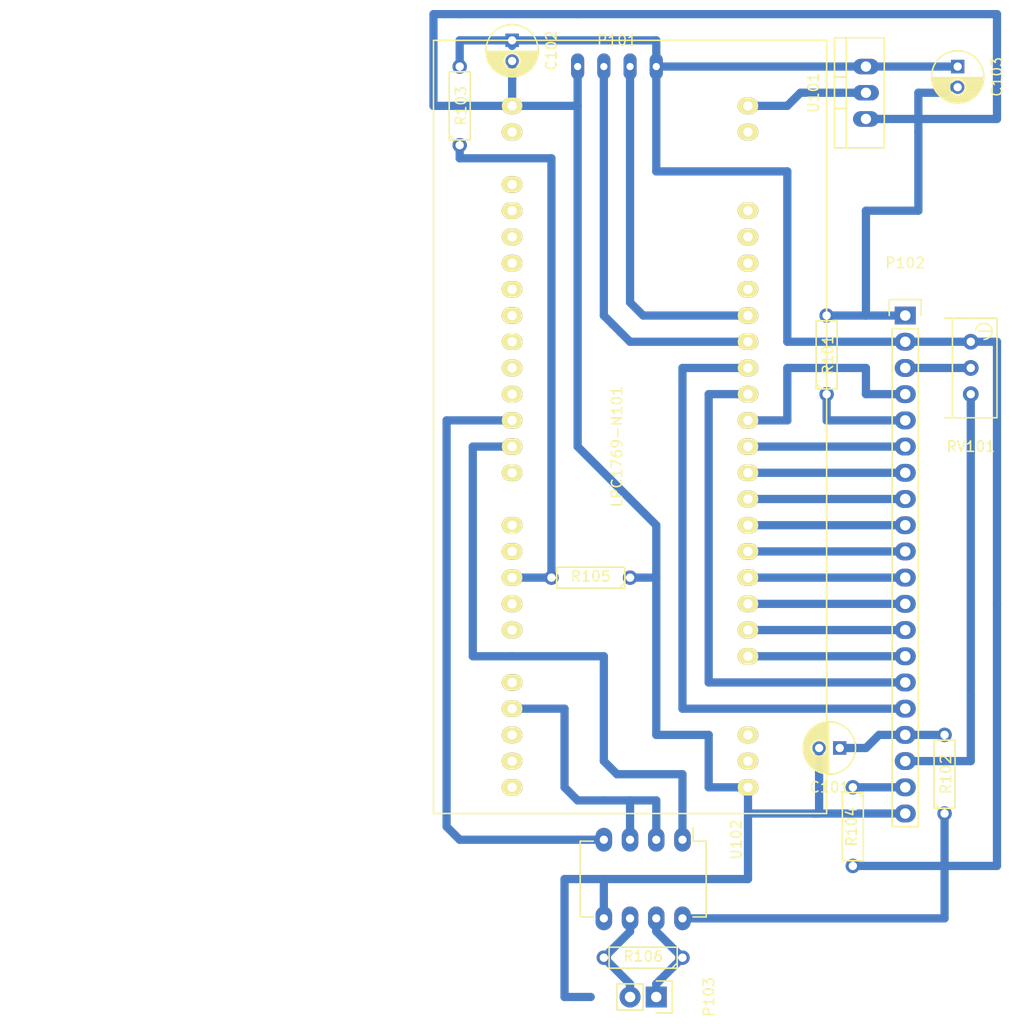
<source format=kicad_pcb>
(kicad_pcb (version 4) (host pcbnew 4.0.5+dfsg1-4)

  (general
    (links 50)
    (no_connects 0)
    (area 0 0 0 0)
    (thickness 1.6)
    (drawings 5)
    (tracks 136)
    (zones 0)
    (modules 16)
    (nets 29)
  )

  (page A4)
  (layers
    (0 F.Cu signal)
    (31 B.Cu signal)
    (32 B.Adhes user)
    (33 F.Adhes user)
    (34 B.Paste user)
    (35 F.Paste user)
    (36 B.SilkS user)
    (37 F.SilkS user)
    (38 B.Mask user)
    (39 F.Mask user)
    (40 Dwgs.User user)
    (41 Cmts.User user)
    (42 Eco1.User user)
    (43 Eco2.User user)
    (44 Edge.Cuts user)
    (45 Margin user)
    (46 B.CrtYd user)
    (47 F.CrtYd user)
    (48 B.Fab user)
    (49 F.Fab user)
  )

  (setup
    (last_trace_width 0.8)
    (user_trace_width 0.8)
    (trace_clearance 0.2)
    (zone_clearance 0.8)
    (zone_45_only no)
    (trace_min 0.2)
    (segment_width 0.2)
    (edge_width 0.15)
    (via_size 0.6)
    (via_drill 0.4)
    (via_min_size 0.4)
    (via_min_drill 0.3)
    (uvia_size 0.3)
    (uvia_drill 0.1)
    (uvias_allowed no)
    (uvia_min_size 0.2)
    (uvia_min_drill 0.1)
    (pcb_text_width 0.3)
    (pcb_text_size 1.5 1.5)
    (mod_edge_width 0.15)
    (mod_text_size 1 1)
    (mod_text_width 0.15)
    (pad_size 1.524 1.524)
    (pad_drill 0.762)
    (pad_to_mask_clearance 0.2)
    (aux_axis_origin 0 0)
    (visible_elements 7FFFFFFF)
    (pcbplotparams
      (layerselection 0x00030_80000001)
      (usegerberextensions false)
      (excludeedgelayer true)
      (linewidth 0.100000)
      (plotframeref false)
      (viasonmask false)
      (mode 1)
      (useauxorigin false)
      (hpglpennumber 1)
      (hpglpenspeed 20)
      (hpglpendiameter 15)
      (hpglpenoverlay 2)
      (psnegative false)
      (psa4output false)
      (plotreference true)
      (plotvalue true)
      (plotinvisibletext false)
      (padsonsilk false)
      (subtractmaskfromsilk false)
      (outputformat 1)
      (mirror false)
      (drillshape 1)
      (scaleselection 1)
      (outputdirectory ""))
  )

  (net 0 "")
  (net 1 "Net-(C101-Pad1)")
  (net 2 GND)
  (net 3 +5V)
  (net 4 /RS845_Tx)
  (net 5 /RS845_Rx)
  (net 6 /Vbus_Pin)
  (net 7 /RS485_RTS)
  (net 8 /V_3v3)
  (net 9 "/USB-D(-)")
  (net 10 "/USB-D(+)")
  (net 11 /GLCD_CS2)
  (net 12 /GLCD_CS1)
  (net 13 /GLCD_DI)
  (net 14 /GLCD_EN)
  (net 15 /GLCD_DB0)
  (net 16 /GLCD_DB1)
  (net 17 /GLCD_DB2)
  (net 18 /GLCD_DB3)
  (net 19 /GLCD_DB4)
  (net 20 /GLCD_DB5)
  (net 21 /GLCD_DB6)
  (net 22 /GLCD_DB7)
  (net 23 "Net-(P102-Pad3)")
  (net 24 "Net-(P102-Pad5)")
  (net 25 "Net-(P102-Pad18)")
  (net 26 "Net-(P102-Pad19)")
  (net 27 "Net-(P103-Pad1)")
  (net 28 "Net-(P103-Pad2)")

  (net_class Default "This is the default net class."
    (clearance 0.2)
    (trace_width 0.25)
    (via_dia 0.6)
    (via_drill 0.4)
    (uvia_dia 0.3)
    (uvia_drill 0.1)
    (add_net +5V)
    (add_net /GLCD_CS1)
    (add_net /GLCD_CS2)
    (add_net /GLCD_DB0)
    (add_net /GLCD_DB1)
    (add_net /GLCD_DB2)
    (add_net /GLCD_DB3)
    (add_net /GLCD_DB4)
    (add_net /GLCD_DB5)
    (add_net /GLCD_DB6)
    (add_net /GLCD_DB7)
    (add_net /GLCD_DI)
    (add_net /GLCD_EN)
    (add_net /RS485_RTS)
    (add_net /RS845_Rx)
    (add_net /RS845_Tx)
    (add_net "/USB-D(+)")
    (add_net "/USB-D(-)")
    (add_net /V_3v3)
    (add_net /Vbus_Pin)
    (add_net GND)
    (add_net "Net-(C101-Pad1)")
    (add_net "Net-(P102-Pad18)")
    (add_net "Net-(P102-Pad19)")
    (add_net "Net-(P102-Pad3)")
    (add_net "Net-(P102-Pad5)")
    (add_net "Net-(P103-Pad1)")
    (add_net "Net-(P103-Pad2)")
  )

  (module mis-footprint:LPC1769_Stick-54-pins (layer F.Cu) (tedit 58AF61B2) (tstamp 58B5693B)
    (at 91.44 64.77 270)
    (path /58AF429D)
    (fp_text reference LPC1769-N101 (at 0 1.27 270) (layer F.SilkS)
      (effects (font (size 1 1) (thickness 0.15)))
    )
    (fp_text value LPC1769-54Pines (at 0 -2.54 270) (layer F.Fab)
      (effects (font (size 1 1) (thickness 0.15)))
    )
    (fp_line (start -34.29 -19.05) (end 35.56 -19.05) (layer F.SilkS) (width 0.15))
    (fp_line (start 35.56 -19.05) (end 35.56 19.05) (layer F.SilkS) (width 0.15))
    (fp_line (start 35.56 19.05) (end -39.37 19.05) (layer F.SilkS) (width 0.15))
    (fp_line (start -39.37 19.05) (end -39.37 -19.05) (layer F.SilkS) (width 0.15))
    (fp_line (start -39.37 -19.05) (end -34.29 -19.05) (layer F.SilkS) (width 0.15))
    (pad 1 thru_hole oval (at -33.02 11.43 270) (size 1.6 2) (drill 0.9) (layers *.Cu *.Mask F.SilkS)
      (net 2 GND))
    (pad 2 thru_hole oval (at -30.48 11.43 270) (size 1.6 2) (drill 0.9) (layers *.Cu *.Mask F.SilkS))
    (pad 4 thru_hole oval (at -25.4 11.43 270) (size 1.6 2) (drill 0.9) (layers *.Cu *.Mask F.SilkS))
    (pad 5 thru_hole oval (at -22.86 11.43 270) (size 1.6 2) (drill 0.9) (layers *.Cu *.Mask F.SilkS))
    (pad 6 thru_hole oval (at -20.32 11.43 270) (size 1.6 2) (drill 0.9) (layers *.Cu *.Mask F.SilkS))
    (pad 7 thru_hole oval (at -17.78 11.43 270) (size 1.6 2) (drill 0.9) (layers *.Cu *.Mask F.SilkS))
    (pad 8 thru_hole oval (at -15.24 11.43 270) (size 1.6 2) (drill 0.9) (layers *.Cu *.Mask F.SilkS))
    (pad 9 thru_hole oval (at -12.7 11.43 270) (size 1.6 2) (drill 0.9) (layers *.Cu *.Mask F.SilkS))
    (pad 10 thru_hole oval (at -10.16 11.43 270) (size 1.6 2) (drill 0.9) (layers *.Cu *.Mask F.SilkS))
    (pad 11 thru_hole oval (at -7.62 11.43 270) (size 1.6 2) (drill 0.9) (layers *.Cu *.Mask F.SilkS))
    (pad 12 thru_hole oval (at -5.08 11.43 270) (size 1.6 2) (drill 0.9) (layers *.Cu *.Mask F.SilkS))
    (pad 13 thru_hole oval (at -2.54 11.43 270) (size 1.6 2) (drill 0.9) (layers *.Cu *.Mask F.SilkS)
      (net 4 /RS845_Tx))
    (pad 14 thru_hole oval (at 0 11.43 270) (size 1.6 2) (drill 0.9) (layers *.Cu *.Mask F.SilkS)
      (net 5 /RS845_Rx))
    (pad 15 thru_hole oval (at 2.54 11.43 270) (size 1.6 2) (drill 0.9) (layers *.Cu *.Mask F.SilkS))
    (pad 17 thru_hole oval (at 7.62 11.43 270) (size 1.6 2) (drill 0.9) (layers *.Cu *.Mask F.SilkS))
    (pad 18 thru_hole oval (at 10.16 11.43 270) (size 1.6 2) (drill 0.9) (layers *.Cu *.Mask F.SilkS))
    (pad 19 thru_hole oval (at 12.7 11.43 270) (size 1.6 2) (drill 0.9) (layers *.Cu *.Mask F.SilkS)
      (net 6 /Vbus_Pin))
    (pad 20 thru_hole oval (at 15.24 11.43 270) (size 1.6 2) (drill 0.9) (layers *.Cu *.Mask F.SilkS))
    (pad 21 thru_hole oval (at 17.78 11.43 270) (size 1.6 2) (drill 0.9) (layers *.Cu *.Mask F.SilkS))
    (pad 23 thru_hole oval (at 22.86 11.43 270) (size 1.6 2) (drill 0.9) (layers *.Cu *.Mask F.SilkS))
    (pad 24 thru_hole oval (at 25.4 11.43 270) (size 1.6 2) (drill 0.9) (layers *.Cu *.Mask F.SilkS)
      (net 7 /RS485_RTS))
    (pad 25 thru_hole oval (at 27.94 11.43 270) (size 1.6 2) (drill 0.9) (layers *.Cu *.Mask F.SilkS))
    (pad 26 thru_hole oval (at 30.48 11.43 270) (size 1.6 2) (drill 0.9) (layers *.Cu *.Mask F.SilkS))
    (pad 27 thru_hole oval (at 33.02 11.43 270) (size 1.6 2) (drill 0.9) (layers *.Cu *.Mask F.SilkS))
    (pad 28 thru_hole oval (at -33.02 -11.43 270) (size 1.6 2) (drill 0.9) (layers *.Cu *.Mask F.SilkS)
      (net 8 /V_3v3))
    (pad 29 thru_hole oval (at -30.48 -11.43 270) (size 1.6 2) (drill 0.9) (layers *.Cu *.Mask F.SilkS))
    (pad 32 thru_hole oval (at -22.86 -11.43 270) (size 1.6 2) (drill 0.9) (layers *.Cu *.Mask F.SilkS))
    (pad 33 thru_hole oval (at -20.32 -11.43 270) (size 1.6 2) (drill 0.9) (layers *.Cu *.Mask F.SilkS))
    (pad 34 thru_hole oval (at -17.78 -11.43 270) (size 1.6 2) (drill 0.9) (layers *.Cu *.Mask F.SilkS))
    (pad 35 thru_hole oval (at -15.24 -11.43 270) (size 1.6 2) (drill 0.9) (layers *.Cu *.Mask F.SilkS))
    (pad 36 thru_hole oval (at -12.7 -11.43 270) (size 1.6 2) (drill 0.9) (layers *.Cu *.Mask F.SilkS)
      (net 9 "/USB-D(-)"))
    (pad 37 thru_hole oval (at -10.16 -11.43 270) (size 1.6 2) (drill 0.9) (layers *.Cu *.Mask F.SilkS)
      (net 10 "/USB-D(+)"))
    (pad 38 thru_hole oval (at -7.62 -11.43 270) (size 1.6 2) (drill 0.9) (layers *.Cu *.Mask F.SilkS)
      (net 11 /GLCD_CS2))
    (pad 39 thru_hole oval (at -5.08 -11.43 270) (size 1.6 2) (drill 0.9) (layers *.Cu *.Mask F.SilkS)
      (net 12 /GLCD_CS1))
    (pad 40 thru_hole oval (at -2.54 -11.43 270) (size 1.6 2) (drill 0.9) (layers *.Cu *.Mask F.SilkS)
      (net 13 /GLCD_DI))
    (pad 41 thru_hole oval (at 0 -11.43 270) (size 1.6 2) (drill 0.9) (layers *.Cu *.Mask F.SilkS)
      (net 14 /GLCD_EN))
    (pad 42 thru_hole oval (at 2.54 -11.43 270) (size 1.6 2) (drill 0.9) (layers *.Cu *.Mask F.SilkS)
      (net 15 /GLCD_DB0))
    (pad 43 thru_hole oval (at 5.08 -11.43 270) (size 1.6 2) (drill 0.9) (layers *.Cu *.Mask F.SilkS)
      (net 16 /GLCD_DB1))
    (pad 44 thru_hole oval (at 7.62 -11.43 270) (size 1.6 2) (drill 0.9) (layers *.Cu *.Mask F.SilkS)
      (net 17 /GLCD_DB2))
    (pad 45 thru_hole oval (at 10.16 -11.43 270) (size 1.6 2) (drill 0.9) (layers *.Cu *.Mask F.SilkS)
      (net 18 /GLCD_DB3))
    (pad 46 thru_hole oval (at 12.7 -11.43 270) (size 1.6 2) (drill 0.9) (layers *.Cu *.Mask F.SilkS)
      (net 19 /GLCD_DB4))
    (pad 47 thru_hole oval (at 15.24 -11.43 270) (size 1.6 2) (drill 0.9) (layers *.Cu *.Mask F.SilkS)
      (net 20 /GLCD_DB5))
    (pad 48 thru_hole oval (at 17.78 -11.43 270) (size 1.6 2) (drill 0.9) (layers *.Cu *.Mask F.SilkS)
      (net 21 /GLCD_DB6))
    (pad 49 thru_hole oval (at 20.32 -11.43 270) (size 1.6 2) (drill 0.9) (layers *.Cu *.Mask F.SilkS)
      (net 22 /GLCD_DB7))
    (pad 52 thru_hole oval (at 27.94 -11.43 270) (size 1.6 2) (drill 0.9) (layers *.Cu *.Mask F.SilkS))
    (pad 53 thru_hole oval (at 30.48 -11.43 270) (size 1.6 2) (drill 0.9) (layers *.Cu *.Mask F.SilkS))
    (pad 54 thru_hole oval (at 33.02 -11.43 270) (size 1.6 2) (drill 0.9) (layers *.Cu *.Mask F.SilkS)
      (net 2 GND))
    (model Pin_Headers.3dshapes/Pin_Header_Straight_1x27.wrl
      (at (xyz 0 0.45 0.1))
      (scale (xyz 1 1 1))
      (rotate (xyz 0 180 0))
    )
    (model Pin_Headers.3dshapes/Pin_Header_Straight_1x27.wrl
      (at (xyz 0 -0.45 0.1))
      (scale (xyz 1 1 1))
      (rotate (xyz 0 180 0))
    )
    (model Housings_QFP.3dshapes/TQFP-100_14x14mm_Pitch0.5mm.wrl
      (at (xyz 0.5 0 0))
      (scale (xyz 1 1 1))
      (rotate (xyz 0 0 0))
    )
  )

  (module Capacitors_ThroughHole:C_Radial_D5_L11_P2 (layer F.Cu) (tedit 0) (tstamp 58B568F0)
    (at 111.76 93.98 180)
    (descr "Radial Electrolytic Capacitor 5mm x Length 11mm, Pitch 2mm")
    (tags "Electrolytic Capacitor")
    (path /58AF4281)
    (fp_text reference C101 (at 1 -3.8 180) (layer F.SilkS)
      (effects (font (size 1 1) (thickness 0.15)))
    )
    (fp_text value GLCD-100uF (at 1 3.8 180) (layer F.Fab)
      (effects (font (size 1 1) (thickness 0.15)))
    )
    (fp_line (start 1.075 -2.499) (end 1.075 2.499) (layer F.SilkS) (width 0.15))
    (fp_line (start 1.215 -2.491) (end 1.215 -0.154) (layer F.SilkS) (width 0.15))
    (fp_line (start 1.215 0.154) (end 1.215 2.491) (layer F.SilkS) (width 0.15))
    (fp_line (start 1.355 -2.475) (end 1.355 -0.473) (layer F.SilkS) (width 0.15))
    (fp_line (start 1.355 0.473) (end 1.355 2.475) (layer F.SilkS) (width 0.15))
    (fp_line (start 1.495 -2.451) (end 1.495 -0.62) (layer F.SilkS) (width 0.15))
    (fp_line (start 1.495 0.62) (end 1.495 2.451) (layer F.SilkS) (width 0.15))
    (fp_line (start 1.635 -2.418) (end 1.635 -0.712) (layer F.SilkS) (width 0.15))
    (fp_line (start 1.635 0.712) (end 1.635 2.418) (layer F.SilkS) (width 0.15))
    (fp_line (start 1.775 -2.377) (end 1.775 -0.768) (layer F.SilkS) (width 0.15))
    (fp_line (start 1.775 0.768) (end 1.775 2.377) (layer F.SilkS) (width 0.15))
    (fp_line (start 1.915 -2.327) (end 1.915 -0.795) (layer F.SilkS) (width 0.15))
    (fp_line (start 1.915 0.795) (end 1.915 2.327) (layer F.SilkS) (width 0.15))
    (fp_line (start 2.055 -2.266) (end 2.055 -0.798) (layer F.SilkS) (width 0.15))
    (fp_line (start 2.055 0.798) (end 2.055 2.266) (layer F.SilkS) (width 0.15))
    (fp_line (start 2.195 -2.196) (end 2.195 -0.776) (layer F.SilkS) (width 0.15))
    (fp_line (start 2.195 0.776) (end 2.195 2.196) (layer F.SilkS) (width 0.15))
    (fp_line (start 2.335 -2.114) (end 2.335 -0.726) (layer F.SilkS) (width 0.15))
    (fp_line (start 2.335 0.726) (end 2.335 2.114) (layer F.SilkS) (width 0.15))
    (fp_line (start 2.475 -2.019) (end 2.475 -0.644) (layer F.SilkS) (width 0.15))
    (fp_line (start 2.475 0.644) (end 2.475 2.019) (layer F.SilkS) (width 0.15))
    (fp_line (start 2.615 -1.908) (end 2.615 -0.512) (layer F.SilkS) (width 0.15))
    (fp_line (start 2.615 0.512) (end 2.615 1.908) (layer F.SilkS) (width 0.15))
    (fp_line (start 2.755 -1.78) (end 2.755 -0.265) (layer F.SilkS) (width 0.15))
    (fp_line (start 2.755 0.265) (end 2.755 1.78) (layer F.SilkS) (width 0.15))
    (fp_line (start 2.895 -1.631) (end 2.895 1.631) (layer F.SilkS) (width 0.15))
    (fp_line (start 3.035 -1.452) (end 3.035 1.452) (layer F.SilkS) (width 0.15))
    (fp_line (start 3.175 -1.233) (end 3.175 1.233) (layer F.SilkS) (width 0.15))
    (fp_line (start 3.315 -0.944) (end 3.315 0.944) (layer F.SilkS) (width 0.15))
    (fp_line (start 3.455 -0.472) (end 3.455 0.472) (layer F.SilkS) (width 0.15))
    (fp_circle (center 2 0) (end 2 -0.8) (layer F.SilkS) (width 0.15))
    (fp_circle (center 1 0) (end 1 -2.5375) (layer F.SilkS) (width 0.15))
    (fp_circle (center 1 0) (end 1 -2.8) (layer F.CrtYd) (width 0.05))
    (pad 1 thru_hole rect (at 0 0 180) (size 1.3 1.3) (drill 0.8) (layers *.Cu *.Mask)
      (net 1 "Net-(C101-Pad1)"))
    (pad 2 thru_hole circle (at 2 0 180) (size 1.3 1.3) (drill 0.8) (layers *.Cu *.Mask)
      (net 2 GND))
    (model Capacitors_ThroughHole.3dshapes/C_Radial_D5_L11_P2.wrl
      (at (xyz 0 0 0))
      (scale (xyz 1 1 1))
      (rotate (xyz 0 0 0))
    )
  )

  (module Capacitors_ThroughHole:C_Radial_D5_L11_P2 (layer F.Cu) (tedit 0) (tstamp 58B568F6)
    (at 80.01 25.4 270)
    (descr "Radial Electrolytic Capacitor 5mm x Length 11mm, Pitch 2mm")
    (tags "Electrolytic Capacitor")
    (path /58AF5AD1)
    (fp_text reference C102 (at 1 -3.8 270) (layer F.SilkS)
      (effects (font (size 1 1) (thickness 0.15)))
    )
    (fp_text value USB-100uF (at 1 3.8 270) (layer F.Fab)
      (effects (font (size 1 1) (thickness 0.15)))
    )
    (fp_line (start 1.075 -2.499) (end 1.075 2.499) (layer F.SilkS) (width 0.15))
    (fp_line (start 1.215 -2.491) (end 1.215 -0.154) (layer F.SilkS) (width 0.15))
    (fp_line (start 1.215 0.154) (end 1.215 2.491) (layer F.SilkS) (width 0.15))
    (fp_line (start 1.355 -2.475) (end 1.355 -0.473) (layer F.SilkS) (width 0.15))
    (fp_line (start 1.355 0.473) (end 1.355 2.475) (layer F.SilkS) (width 0.15))
    (fp_line (start 1.495 -2.451) (end 1.495 -0.62) (layer F.SilkS) (width 0.15))
    (fp_line (start 1.495 0.62) (end 1.495 2.451) (layer F.SilkS) (width 0.15))
    (fp_line (start 1.635 -2.418) (end 1.635 -0.712) (layer F.SilkS) (width 0.15))
    (fp_line (start 1.635 0.712) (end 1.635 2.418) (layer F.SilkS) (width 0.15))
    (fp_line (start 1.775 -2.377) (end 1.775 -0.768) (layer F.SilkS) (width 0.15))
    (fp_line (start 1.775 0.768) (end 1.775 2.377) (layer F.SilkS) (width 0.15))
    (fp_line (start 1.915 -2.327) (end 1.915 -0.795) (layer F.SilkS) (width 0.15))
    (fp_line (start 1.915 0.795) (end 1.915 2.327) (layer F.SilkS) (width 0.15))
    (fp_line (start 2.055 -2.266) (end 2.055 -0.798) (layer F.SilkS) (width 0.15))
    (fp_line (start 2.055 0.798) (end 2.055 2.266) (layer F.SilkS) (width 0.15))
    (fp_line (start 2.195 -2.196) (end 2.195 -0.776) (layer F.SilkS) (width 0.15))
    (fp_line (start 2.195 0.776) (end 2.195 2.196) (layer F.SilkS) (width 0.15))
    (fp_line (start 2.335 -2.114) (end 2.335 -0.726) (layer F.SilkS) (width 0.15))
    (fp_line (start 2.335 0.726) (end 2.335 2.114) (layer F.SilkS) (width 0.15))
    (fp_line (start 2.475 -2.019) (end 2.475 -0.644) (layer F.SilkS) (width 0.15))
    (fp_line (start 2.475 0.644) (end 2.475 2.019) (layer F.SilkS) (width 0.15))
    (fp_line (start 2.615 -1.908) (end 2.615 -0.512) (layer F.SilkS) (width 0.15))
    (fp_line (start 2.615 0.512) (end 2.615 1.908) (layer F.SilkS) (width 0.15))
    (fp_line (start 2.755 -1.78) (end 2.755 -0.265) (layer F.SilkS) (width 0.15))
    (fp_line (start 2.755 0.265) (end 2.755 1.78) (layer F.SilkS) (width 0.15))
    (fp_line (start 2.895 -1.631) (end 2.895 1.631) (layer F.SilkS) (width 0.15))
    (fp_line (start 3.035 -1.452) (end 3.035 1.452) (layer F.SilkS) (width 0.15))
    (fp_line (start 3.175 -1.233) (end 3.175 1.233) (layer F.SilkS) (width 0.15))
    (fp_line (start 3.315 -0.944) (end 3.315 0.944) (layer F.SilkS) (width 0.15))
    (fp_line (start 3.455 -0.472) (end 3.455 0.472) (layer F.SilkS) (width 0.15))
    (fp_circle (center 2 0) (end 2 -0.8) (layer F.SilkS) (width 0.15))
    (fp_circle (center 1 0) (end 1 -2.5375) (layer F.SilkS) (width 0.15))
    (fp_circle (center 1 0) (end 1 -2.8) (layer F.CrtYd) (width 0.05))
    (pad 1 thru_hole rect (at 0 0 270) (size 1.3 1.3) (drill 0.8) (layers *.Cu *.Mask)
      (net 3 +5V))
    (pad 2 thru_hole circle (at 2 0 270) (size 1.3 1.3) (drill 0.8) (layers *.Cu *.Mask)
      (net 2 GND))
    (model Capacitors_ThroughHole.3dshapes/C_Radial_D5_L11_P2.wrl
      (at (xyz 0 0 0))
      (scale (xyz 1 1 1))
      (rotate (xyz 0 0 0))
    )
  )

  (module Capacitors_ThroughHole:C_Radial_D5_L11_P2 (layer F.Cu) (tedit 0) (tstamp 58B568FC)
    (at 123.19 27.94 270)
    (descr "Radial Electrolytic Capacitor 5mm x Length 11mm, Pitch 2mm")
    (tags "Electrolytic Capacitor")
    (path /58AF650D)
    (fp_text reference C103 (at 1 -3.8 270) (layer F.SilkS)
      (effects (font (size 1 1) (thickness 0.15)))
    )
    (fp_text value Reg-100uF (at 1 3.8 270) (layer F.Fab)
      (effects (font (size 1 1) (thickness 0.15)))
    )
    (fp_line (start 1.075 -2.499) (end 1.075 2.499) (layer F.SilkS) (width 0.15))
    (fp_line (start 1.215 -2.491) (end 1.215 -0.154) (layer F.SilkS) (width 0.15))
    (fp_line (start 1.215 0.154) (end 1.215 2.491) (layer F.SilkS) (width 0.15))
    (fp_line (start 1.355 -2.475) (end 1.355 -0.473) (layer F.SilkS) (width 0.15))
    (fp_line (start 1.355 0.473) (end 1.355 2.475) (layer F.SilkS) (width 0.15))
    (fp_line (start 1.495 -2.451) (end 1.495 -0.62) (layer F.SilkS) (width 0.15))
    (fp_line (start 1.495 0.62) (end 1.495 2.451) (layer F.SilkS) (width 0.15))
    (fp_line (start 1.635 -2.418) (end 1.635 -0.712) (layer F.SilkS) (width 0.15))
    (fp_line (start 1.635 0.712) (end 1.635 2.418) (layer F.SilkS) (width 0.15))
    (fp_line (start 1.775 -2.377) (end 1.775 -0.768) (layer F.SilkS) (width 0.15))
    (fp_line (start 1.775 0.768) (end 1.775 2.377) (layer F.SilkS) (width 0.15))
    (fp_line (start 1.915 -2.327) (end 1.915 -0.795) (layer F.SilkS) (width 0.15))
    (fp_line (start 1.915 0.795) (end 1.915 2.327) (layer F.SilkS) (width 0.15))
    (fp_line (start 2.055 -2.266) (end 2.055 -0.798) (layer F.SilkS) (width 0.15))
    (fp_line (start 2.055 0.798) (end 2.055 2.266) (layer F.SilkS) (width 0.15))
    (fp_line (start 2.195 -2.196) (end 2.195 -0.776) (layer F.SilkS) (width 0.15))
    (fp_line (start 2.195 0.776) (end 2.195 2.196) (layer F.SilkS) (width 0.15))
    (fp_line (start 2.335 -2.114) (end 2.335 -0.726) (layer F.SilkS) (width 0.15))
    (fp_line (start 2.335 0.726) (end 2.335 2.114) (layer F.SilkS) (width 0.15))
    (fp_line (start 2.475 -2.019) (end 2.475 -0.644) (layer F.SilkS) (width 0.15))
    (fp_line (start 2.475 0.644) (end 2.475 2.019) (layer F.SilkS) (width 0.15))
    (fp_line (start 2.615 -1.908) (end 2.615 -0.512) (layer F.SilkS) (width 0.15))
    (fp_line (start 2.615 0.512) (end 2.615 1.908) (layer F.SilkS) (width 0.15))
    (fp_line (start 2.755 -1.78) (end 2.755 -0.265) (layer F.SilkS) (width 0.15))
    (fp_line (start 2.755 0.265) (end 2.755 1.78) (layer F.SilkS) (width 0.15))
    (fp_line (start 2.895 -1.631) (end 2.895 1.631) (layer F.SilkS) (width 0.15))
    (fp_line (start 3.035 -1.452) (end 3.035 1.452) (layer F.SilkS) (width 0.15))
    (fp_line (start 3.175 -1.233) (end 3.175 1.233) (layer F.SilkS) (width 0.15))
    (fp_line (start 3.315 -0.944) (end 3.315 0.944) (layer F.SilkS) (width 0.15))
    (fp_line (start 3.455 -0.472) (end 3.455 0.472) (layer F.SilkS) (width 0.15))
    (fp_circle (center 2 0) (end 2 -0.8) (layer F.SilkS) (width 0.15))
    (fp_circle (center 1 0) (end 1 -2.5375) (layer F.SilkS) (width 0.15))
    (fp_circle (center 1 0) (end 1 -2.8) (layer F.CrtYd) (width 0.05))
    (pad 1 thru_hole rect (at 0 0 270) (size 1.3 1.3) (drill 0.8) (layers *.Cu *.Mask)
      (net 3 +5V))
    (pad 2 thru_hole circle (at 2 0 270) (size 1.3 1.3) (drill 0.8) (layers *.Cu *.Mask))
    (model Capacitors_ThroughHole.3dshapes/C_Radial_D5_L11_P2.wrl
      (at (xyz 0 0 0))
      (scale (xyz 1 1 1))
      (rotate (xyz 0 0 0))
    )
  )

  (module mis-footprint:USB-pads (layer F.Cu) (tedit 58AF4D5C) (tstamp 58B56943)
    (at 90.17 27.94 180)
    (path /58AF48ED)
    (fp_text reference P101 (at 0 2.54 180) (layer F.SilkS)
      (effects (font (size 1 1) (thickness 0.15)))
    )
    (fp_text value USB_B (at 0 -2.54 180) (layer F.Fab)
      (effects (font (size 1 1) (thickness 0.15)))
    )
    (pad 1 thru_hole oval (at -3.81 0 180) (size 1.27 2.54) (drill 0.7) (layers *.Cu *.Mask)
      (net 3 +5V))
    (pad 2 thru_hole oval (at -1.27 0 180) (size 1.27 2.54) (drill 0.7) (layers *.Cu *.Mask)
      (net 9 "/USB-D(-)"))
    (pad 3 thru_hole oval (at 1.27 0 180) (size 1.27 2.54) (drill 0.7) (layers *.Cu *.Mask)
      (net 10 "/USB-D(+)"))
    (pad 4 thru_hole oval (at 3.81 0 180) (size 1.27 2.54) (drill 0.7) (layers *.Cu *.Mask)
      (net 2 GND))
  )

  (module Pin_Headers:Pin_Header_Straight_1x20 (layer F.Cu) (tedit 0) (tstamp 58B5695B)
    (at 118.11 52.07)
    (descr "Through hole pin header")
    (tags "pin header")
    (path /58AF427C)
    (fp_text reference P102 (at 0 -5.1) (layer F.SilkS)
      (effects (font (size 1 1) (thickness 0.15)))
    )
    (fp_text value WG12864A-GLCD (at 0 -3.1) (layer F.Fab)
      (effects (font (size 1 1) (thickness 0.15)))
    )
    (fp_line (start -1.75 -1.75) (end -1.75 50.05) (layer F.CrtYd) (width 0.05))
    (fp_line (start 1.75 -1.75) (end 1.75 50.05) (layer F.CrtYd) (width 0.05))
    (fp_line (start -1.75 -1.75) (end 1.75 -1.75) (layer F.CrtYd) (width 0.05))
    (fp_line (start -1.75 50.05) (end 1.75 50.05) (layer F.CrtYd) (width 0.05))
    (fp_line (start 1.27 1.27) (end 1.27 49.53) (layer F.SilkS) (width 0.15))
    (fp_line (start 1.27 49.53) (end -1.27 49.53) (layer F.SilkS) (width 0.15))
    (fp_line (start -1.27 49.53) (end -1.27 1.27) (layer F.SilkS) (width 0.15))
    (fp_line (start 1.55 -1.55) (end 1.55 0) (layer F.SilkS) (width 0.15))
    (fp_line (start 1.27 1.27) (end -1.27 1.27) (layer F.SilkS) (width 0.15))
    (fp_line (start -1.55 0) (end -1.55 -1.55) (layer F.SilkS) (width 0.15))
    (fp_line (start -1.55 -1.55) (end 1.55 -1.55) (layer F.SilkS) (width 0.15))
    (pad 1 thru_hole rect (at 0 0) (size 2.032 1.7272) (drill 1.016) (layers *.Cu *.Mask)
      (net 2 GND))
    (pad 2 thru_hole oval (at 0 2.54) (size 2.032 1.7272) (drill 1.016) (layers *.Cu *.Mask)
      (net 3 +5V))
    (pad 3 thru_hole oval (at 0 5.08) (size 2.032 1.7272) (drill 1.016) (layers *.Cu *.Mask)
      (net 23 "Net-(P102-Pad3)"))
    (pad 4 thru_hole oval (at 0 7.62) (size 2.032 1.7272) (drill 1.016) (layers *.Cu *.Mask)
      (net 13 /GLCD_DI))
    (pad 5 thru_hole oval (at 0 10.16) (size 2.032 1.7272) (drill 1.016) (layers *.Cu *.Mask)
      (net 24 "Net-(P102-Pad5)"))
    (pad 6 thru_hole oval (at 0 12.7) (size 2.032 1.7272) (drill 1.016) (layers *.Cu *.Mask)
      (net 14 /GLCD_EN))
    (pad 7 thru_hole oval (at 0 15.24) (size 2.032 1.7272) (drill 1.016) (layers *.Cu *.Mask)
      (net 15 /GLCD_DB0))
    (pad 8 thru_hole oval (at 0 17.78) (size 2.032 1.7272) (drill 1.016) (layers *.Cu *.Mask)
      (net 16 /GLCD_DB1))
    (pad 9 thru_hole oval (at 0 20.32) (size 2.032 1.7272) (drill 1.016) (layers *.Cu *.Mask)
      (net 17 /GLCD_DB2))
    (pad 10 thru_hole oval (at 0 22.86) (size 2.032 1.7272) (drill 1.016) (layers *.Cu *.Mask)
      (net 18 /GLCD_DB3))
    (pad 11 thru_hole oval (at 0 25.4) (size 2.032 1.7272) (drill 1.016) (layers *.Cu *.Mask)
      (net 19 /GLCD_DB4))
    (pad 12 thru_hole oval (at 0 27.94) (size 2.032 1.7272) (drill 1.016) (layers *.Cu *.Mask)
      (net 20 /GLCD_DB5))
    (pad 13 thru_hole oval (at 0 30.48) (size 2.032 1.7272) (drill 1.016) (layers *.Cu *.Mask)
      (net 21 /GLCD_DB6))
    (pad 14 thru_hole oval (at 0 33.02) (size 2.032 1.7272) (drill 1.016) (layers *.Cu *.Mask)
      (net 22 /GLCD_DB7))
    (pad 15 thru_hole oval (at 0 35.56) (size 2.032 1.7272) (drill 1.016) (layers *.Cu *.Mask)
      (net 12 /GLCD_CS1))
    (pad 16 thru_hole oval (at 0 38.1) (size 2.032 1.7272) (drill 1.016) (layers *.Cu *.Mask)
      (net 11 /GLCD_CS2))
    (pad 17 thru_hole oval (at 0 40.64) (size 2.032 1.7272) (drill 1.016) (layers *.Cu *.Mask)
      (net 1 "Net-(C101-Pad1)"))
    (pad 18 thru_hole oval (at 0 43.18) (size 2.032 1.7272) (drill 1.016) (layers *.Cu *.Mask)
      (net 25 "Net-(P102-Pad18)"))
    (pad 19 thru_hole oval (at 0 45.72) (size 2.032 1.7272) (drill 1.016) (layers *.Cu *.Mask)
      (net 26 "Net-(P102-Pad19)"))
    (pad 20 thru_hole oval (at 0 48.26) (size 2.032 1.7272) (drill 1.016) (layers *.Cu *.Mask)
      (net 2 GND))
    (model Pin_Headers.3dshapes/Pin_Header_Straight_1x20.wrl
      (at (xyz 0 -0.95 0))
      (scale (xyz 1 1 1))
      (rotate (xyz 0 0 90))
    )
  )

  (module Pin_Headers:Pin_Header_Straight_1x02 (layer F.Cu) (tedit 54EA090C) (tstamp 58B56961)
    (at 93.98 118.11 270)
    (descr "Through hole pin header")
    (tags "pin header")
    (path /58AF4288)
    (fp_text reference P103 (at 0 -5.1 270) (layer F.SilkS)
      (effects (font (size 1 1) (thickness 0.15)))
    )
    (fp_text value RS485 (at 0 -3.1 270) (layer F.Fab)
      (effects (font (size 1 1) (thickness 0.15)))
    )
    (fp_line (start 1.27 1.27) (end 1.27 3.81) (layer F.SilkS) (width 0.15))
    (fp_line (start 1.55 -1.55) (end 1.55 0) (layer F.SilkS) (width 0.15))
    (fp_line (start -1.75 -1.75) (end -1.75 4.3) (layer F.CrtYd) (width 0.05))
    (fp_line (start 1.75 -1.75) (end 1.75 4.3) (layer F.CrtYd) (width 0.05))
    (fp_line (start -1.75 -1.75) (end 1.75 -1.75) (layer F.CrtYd) (width 0.05))
    (fp_line (start -1.75 4.3) (end 1.75 4.3) (layer F.CrtYd) (width 0.05))
    (fp_line (start 1.27 1.27) (end -1.27 1.27) (layer F.SilkS) (width 0.15))
    (fp_line (start -1.55 0) (end -1.55 -1.55) (layer F.SilkS) (width 0.15))
    (fp_line (start -1.55 -1.55) (end 1.55 -1.55) (layer F.SilkS) (width 0.15))
    (fp_line (start -1.27 1.27) (end -1.27 3.81) (layer F.SilkS) (width 0.15))
    (fp_line (start -1.27 3.81) (end 1.27 3.81) (layer F.SilkS) (width 0.15))
    (pad 1 thru_hole rect (at 0 0 270) (size 2.032 2.032) (drill 1.016) (layers *.Cu *.Mask)
      (net 27 "Net-(P103-Pad1)"))
    (pad 2 thru_hole oval (at 0 2.54 270) (size 2.032 2.032) (drill 1.016) (layers *.Cu *.Mask)
      (net 28 "Net-(P103-Pad2)"))
    (model Pin_Headers.3dshapes/Pin_Header_Straight_1x02.wrl
      (at (xyz 0 -0.05 0))
      (scale (xyz 1 1 1))
      (rotate (xyz 0 0 90))
    )
  )

  (module Discret:R3 (layer F.Cu) (tedit 0) (tstamp 58B5696F)
    (at 110.49 55.88 90)
    (descr "Resitance 3 pas")
    (tags R)
    (path /58AF428B)
    (fp_text reference R101 (at 0 0.127 90) (layer F.SilkS)
      (effects (font (size 1 1) (thickness 0.15)))
    )
    (fp_text value GLCD-10K (at 0 0.127 90) (layer F.Fab)
      (effects (font (size 1 1) (thickness 0.15)))
    )
    (fp_line (start -3.81 0) (end -3.302 0) (layer F.SilkS) (width 0.15))
    (fp_line (start 3.81 0) (end 3.302 0) (layer F.SilkS) (width 0.15))
    (fp_line (start 3.302 0) (end 3.302 -1.016) (layer F.SilkS) (width 0.15))
    (fp_line (start 3.302 -1.016) (end -3.302 -1.016) (layer F.SilkS) (width 0.15))
    (fp_line (start -3.302 -1.016) (end -3.302 1.016) (layer F.SilkS) (width 0.15))
    (fp_line (start -3.302 1.016) (end 3.302 1.016) (layer F.SilkS) (width 0.15))
    (fp_line (start 3.302 1.016) (end 3.302 0) (layer F.SilkS) (width 0.15))
    (fp_line (start -3.302 -0.508) (end -2.794 -1.016) (layer F.SilkS) (width 0.15))
    (pad 1 thru_hole circle (at -3.81 0 90) (size 1.397 1.397) (drill 0.8128) (layers *.Cu *.Mask)
      (net 24 "Net-(P102-Pad5)"))
    (pad 2 thru_hole circle (at 3.81 0 90) (size 1.397 1.397) (drill 0.8128) (layers *.Cu *.Mask)
      (net 2 GND))
    (model Discret.3dshapes/R3.wrl
      (at (xyz 0 0 0))
      (scale (xyz 0.3 0.3 0.3))
      (rotate (xyz 0 0 0))
    )
  )

  (module Discret:R3 (layer F.Cu) (tedit 0) (tstamp 58B5697D)
    (at 121.92 96.52 90)
    (descr "Resitance 3 pas")
    (tags R)
    (path /58AF4283)
    (fp_text reference R102 (at 0 0.127 90) (layer F.SilkS)
      (effects (font (size 1 1) (thickness 0.15)))
    )
    (fp_text value GLCD-10K (at 0 0.127 90) (layer F.Fab)
      (effects (font (size 1 1) (thickness 0.15)))
    )
    (fp_line (start -3.81 0) (end -3.302 0) (layer F.SilkS) (width 0.15))
    (fp_line (start 3.81 0) (end 3.302 0) (layer F.SilkS) (width 0.15))
    (fp_line (start 3.302 0) (end 3.302 -1.016) (layer F.SilkS) (width 0.15))
    (fp_line (start 3.302 -1.016) (end -3.302 -1.016) (layer F.SilkS) (width 0.15))
    (fp_line (start -3.302 -1.016) (end -3.302 1.016) (layer F.SilkS) (width 0.15))
    (fp_line (start -3.302 1.016) (end 3.302 1.016) (layer F.SilkS) (width 0.15))
    (fp_line (start 3.302 1.016) (end 3.302 0) (layer F.SilkS) (width 0.15))
    (fp_line (start -3.302 -0.508) (end -2.794 -1.016) (layer F.SilkS) (width 0.15))
    (pad 1 thru_hole circle (at -3.81 0 90) (size 1.397 1.397) (drill 0.8128) (layers *.Cu *.Mask)
      (net 3 +5V))
    (pad 2 thru_hole circle (at 3.81 0 90) (size 1.397 1.397) (drill 0.8128) (layers *.Cu *.Mask)
      (net 1 "Net-(C101-Pad1)"))
    (model Discret.3dshapes/R3.wrl
      (at (xyz 0 0 0))
      (scale (xyz 0.3 0.3 0.3))
      (rotate (xyz 0 0 0))
    )
  )

  (module Discret:R3 (layer F.Cu) (tedit 58AF6011) (tstamp 58B5698B)
    (at 74.93 31.75 90)
    (descr "Resitance 3 pas")
    (tags R)
    (path /58AF4770)
    (fp_text reference R103 (at 0 0.127 90) (layer F.SilkS)
      (effects (font (size 1 1) (thickness 0.15)))
    )
    (fp_text value USB-R1-1k (at 0 0 90) (layer F.Fab)
      (effects (font (size 1 1) (thickness 0.15)))
    )
    (fp_line (start -3.81 0) (end -3.302 0) (layer F.SilkS) (width 0.15))
    (fp_line (start 3.81 0) (end 3.302 0) (layer F.SilkS) (width 0.15))
    (fp_line (start 3.302 0) (end 3.302 -1.016) (layer F.SilkS) (width 0.15))
    (fp_line (start 3.302 -1.016) (end -3.302 -1.016) (layer F.SilkS) (width 0.15))
    (fp_line (start -3.302 -1.016) (end -3.302 1.016) (layer F.SilkS) (width 0.15))
    (fp_line (start -3.302 1.016) (end 3.302 1.016) (layer F.SilkS) (width 0.15))
    (fp_line (start 3.302 1.016) (end 3.302 0) (layer F.SilkS) (width 0.15))
    (fp_line (start -3.302 -0.508) (end -2.794 -1.016) (layer F.SilkS) (width 0.15))
    (pad 1 thru_hole circle (at -3.81 0 90) (size 1.397 1.397) (drill 0.8128) (layers *.Cu *.Mask)
      (net 6 /Vbus_Pin))
    (pad 2 thru_hole circle (at 3.81 0 90) (size 1.397 1.397) (drill 0.8128) (layers *.Cu *.Mask)
      (net 3 +5V))
    (model Discret.3dshapes/R3.wrl
      (at (xyz 0 0 0))
      (scale (xyz 0.3 0.3 0.3))
      (rotate (xyz 0 0 0))
    )
  )

  (module Discret:R3 (layer F.Cu) (tedit 0) (tstamp 58B56999)
    (at 113.03 101.6 270)
    (descr "Resitance 3 pas")
    (tags R)
    (path /58AF427D)
    (fp_text reference R104 (at 0 0.127 270) (layer F.SilkS)
      (effects (font (size 1 1) (thickness 0.15)))
    )
    (fp_text value GLCD-100 (at 0 0.127 270) (layer F.Fab)
      (effects (font (size 1 1) (thickness 0.15)))
    )
    (fp_line (start -3.81 0) (end -3.302 0) (layer F.SilkS) (width 0.15))
    (fp_line (start 3.81 0) (end 3.302 0) (layer F.SilkS) (width 0.15))
    (fp_line (start 3.302 0) (end 3.302 -1.016) (layer F.SilkS) (width 0.15))
    (fp_line (start 3.302 -1.016) (end -3.302 -1.016) (layer F.SilkS) (width 0.15))
    (fp_line (start -3.302 -1.016) (end -3.302 1.016) (layer F.SilkS) (width 0.15))
    (fp_line (start -3.302 1.016) (end 3.302 1.016) (layer F.SilkS) (width 0.15))
    (fp_line (start 3.302 1.016) (end 3.302 0) (layer F.SilkS) (width 0.15))
    (fp_line (start -3.302 -0.508) (end -2.794 -1.016) (layer F.SilkS) (width 0.15))
    (pad 1 thru_hole circle (at -3.81 0 270) (size 1.397 1.397) (drill 0.8128) (layers *.Cu *.Mask)
      (net 26 "Net-(P102-Pad19)"))
    (pad 2 thru_hole circle (at 3.81 0 270) (size 1.397 1.397) (drill 0.8128) (layers *.Cu *.Mask)
      (net 3 +5V))
    (model Discret.3dshapes/R3.wrl
      (at (xyz 0 0 0))
      (scale (xyz 0.3 0.3 0.3))
      (rotate (xyz 0 0 0))
    )
  )

  (module Discret:R3 (layer F.Cu) (tedit 58AF594D) (tstamp 58B569A7)
    (at 87.63 77.47 180)
    (descr "Resitance 3 pas")
    (tags R)
    (path /58AF4708)
    (fp_text reference R105 (at 0 0.127 180) (layer F.SilkS)
      (effects (font (size 1 1) (thickness 0.15)))
    )
    (fp_text value USB-R2-5k (at 0 0 180) (layer F.Fab)
      (effects (font (size 1 1) (thickness 0.15)))
    )
    (fp_line (start -3.81 0) (end -3.302 0) (layer F.SilkS) (width 0.15))
    (fp_line (start 3.81 0) (end 3.302 0) (layer F.SilkS) (width 0.15))
    (fp_line (start 3.302 0) (end 3.302 -1.016) (layer F.SilkS) (width 0.15))
    (fp_line (start 3.302 -1.016) (end -3.302 -1.016) (layer F.SilkS) (width 0.15))
    (fp_line (start -3.302 -1.016) (end -3.302 1.016) (layer F.SilkS) (width 0.15))
    (fp_line (start -3.302 1.016) (end 3.302 1.016) (layer F.SilkS) (width 0.15))
    (fp_line (start 3.302 1.016) (end 3.302 0) (layer F.SilkS) (width 0.15))
    (fp_line (start -3.302 -0.508) (end -2.794 -1.016) (layer F.SilkS) (width 0.15))
    (pad 1 thru_hole circle (at -3.81 0 180) (size 1.397 1.397) (drill 0.8128) (layers *.Cu *.Mask)
      (net 2 GND))
    (pad 2 thru_hole circle (at 3.81 0 180) (size 1.397 1.397) (drill 0.8128) (layers *.Cu *.Mask)
      (net 6 /Vbus_Pin))
    (model Discret.3dshapes/R3.wrl
      (at (xyz 0 0 0))
      (scale (xyz 0.3 0.3 0.3))
      (rotate (xyz 0 0 0))
    )
  )

  (module Discret:R3 (layer F.Cu) (tedit 0) (tstamp 58B569B5)
    (at 92.71 114.3 180)
    (descr "Resitance 3 pas")
    (tags R)
    (path /58AF4285)
    (fp_text reference R106 (at 0 0.127 180) (layer F.SilkS)
      (effects (font (size 1 1) (thickness 0.15)))
    )
    (fp_text value RS485-120 (at 0 0.127 180) (layer F.Fab)
      (effects (font (size 1 1) (thickness 0.15)))
    )
    (fp_line (start -3.81 0) (end -3.302 0) (layer F.SilkS) (width 0.15))
    (fp_line (start 3.81 0) (end 3.302 0) (layer F.SilkS) (width 0.15))
    (fp_line (start 3.302 0) (end 3.302 -1.016) (layer F.SilkS) (width 0.15))
    (fp_line (start 3.302 -1.016) (end -3.302 -1.016) (layer F.SilkS) (width 0.15))
    (fp_line (start -3.302 -1.016) (end -3.302 1.016) (layer F.SilkS) (width 0.15))
    (fp_line (start -3.302 1.016) (end 3.302 1.016) (layer F.SilkS) (width 0.15))
    (fp_line (start 3.302 1.016) (end 3.302 0) (layer F.SilkS) (width 0.15))
    (fp_line (start -3.302 -0.508) (end -2.794 -1.016) (layer F.SilkS) (width 0.15))
    (pad 1 thru_hole circle (at -3.81 0 180) (size 1.397 1.397) (drill 0.8128) (layers *.Cu *.Mask)
      (net 27 "Net-(P103-Pad1)"))
    (pad 2 thru_hole circle (at 3.81 0 180) (size 1.397 1.397) (drill 0.8128) (layers *.Cu *.Mask)
      (net 28 "Net-(P103-Pad2)"))
    (model Discret.3dshapes/R3.wrl
      (at (xyz 0 0 0))
      (scale (xyz 0.3 0.3 0.3))
      (rotate (xyz 0 0 0))
    )
  )

  (module Potentiometers:Potentiometer_Bourns_3296W_3-8Zoll_Inline_ScrewUp (layer F.Cu) (tedit 54130B3D) (tstamp 58B569BC)
    (at 124.46 54.61 180)
    (descr "3296, 3/8, Square, Trimpot, Trimming, Potentiometer, Bourns")
    (tags "3296, 3/8, Square, Trimpot, Trimming, Potentiometer, Bourns")
    (path /58AF427F)
    (fp_text reference RV101 (at 0 -10.16 180) (layer F.SilkS)
      (effects (font (size 1 1) (thickness 0.15)))
    )
    (fp_text value GLCD-15k (at 1.27 5.08 180) (layer F.Fab)
      (effects (font (size 1 1) (thickness 0.15)))
    )
    (fp_line (start -2.032 1.016) (end -0.762 1.016) (layer F.SilkS) (width 0.15))
    (fp_line (start -1.2827 0.2286) (end -1.5367 0.2667) (layer F.SilkS) (width 0.15))
    (fp_line (start -1.5367 0.2667) (end -1.8161 0.4445) (layer F.SilkS) (width 0.15))
    (fp_line (start -1.8161 0.4445) (end -2.032 0.762) (layer F.SilkS) (width 0.15))
    (fp_line (start -2.032 0.762) (end -2.0447 1.2065) (layer F.SilkS) (width 0.15))
    (fp_line (start -2.0447 1.2065) (end -1.8415 1.5621) (layer F.SilkS) (width 0.15))
    (fp_line (start -1.8415 1.5621) (end -1.5494 1.7399) (layer F.SilkS) (width 0.15))
    (fp_line (start -1.5494 1.7399) (end -1.2319 1.7907) (layer F.SilkS) (width 0.15))
    (fp_line (start -1.2319 1.7907) (end -0.8255 1.6891) (layer F.SilkS) (width 0.15))
    (fp_line (start -0.8255 1.6891) (end -0.5715 1.3462) (layer F.SilkS) (width 0.15))
    (fp_line (start -0.5715 1.3462) (end -0.4826 1.1684) (layer F.SilkS) (width 0.15))
    (fp_line (start 1.778 -7.366) (end 1.778 2.286) (layer F.SilkS) (width 0.15))
    (fp_line (start -1.27 2.286) (end -2.54 2.286) (layer F.SilkS) (width 0.15))
    (fp_line (start -2.54 2.286) (end -2.54 -7.366) (layer F.SilkS) (width 0.15))
    (fp_line (start -2.54 -7.366) (end 2.54 -7.366) (layer F.SilkS) (width 0.15))
    (fp_line (start 2.54 2.286) (end 0 2.286) (layer F.SilkS) (width 0.15))
    (fp_line (start 0 2.286) (end -1.27 2.286) (layer F.SilkS) (width 0.15))
    (pad 2 thru_hole circle (at 0 -2.54 180) (size 1.524 1.524) (drill 0.8128) (layers *.Cu *.Mask)
      (net 23 "Net-(P102-Pad3)"))
    (pad 3 thru_hole circle (at 0 -5.08 180) (size 1.524 1.524) (drill 0.8128) (layers *.Cu *.Mask)
      (net 25 "Net-(P102-Pad18)"))
    (pad 1 thru_hole circle (at 0 0 180) (size 1.524 1.524) (drill 0.8128) (layers *.Cu *.Mask)
      (net 3 +5V))
    (model Potentiometers.3dshapes/Potentiometer_Bourns_3296W_3-8Zoll_Inline_ScrewUp.wrl
      (at (xyz 0 0 0))
      (scale (xyz 1 1 1))
      (rotate (xyz 0 0 0))
    )
  )

  (module Housings_DIP:DIP-8_W7.62mm_LongPads (layer F.Cu) (tedit 54130A77) (tstamp 58B569CF)
    (at 96.52 102.87 270)
    (descr "8-lead dip package, row spacing 7.62 mm (300 mils), longer pads")
    (tags "dil dip 2.54 300")
    (path /58AF4287)
    (fp_text reference U102 (at 0 -5.22 270) (layer F.SilkS)
      (effects (font (size 1 1) (thickness 0.15)))
    )
    (fp_text value MAX485 (at 0 -3.72 270) (layer F.Fab)
      (effects (font (size 1 1) (thickness 0.15)))
    )
    (fp_line (start -1.4 -2.45) (end -1.4 10.1) (layer F.CrtYd) (width 0.05))
    (fp_line (start 9 -2.45) (end 9 10.1) (layer F.CrtYd) (width 0.05))
    (fp_line (start -1.4 -2.45) (end 9 -2.45) (layer F.CrtYd) (width 0.05))
    (fp_line (start -1.4 10.1) (end 9 10.1) (layer F.CrtYd) (width 0.05))
    (fp_line (start 0.135 -2.295) (end 0.135 -1.025) (layer F.SilkS) (width 0.15))
    (fp_line (start 7.485 -2.295) (end 7.485 -1.025) (layer F.SilkS) (width 0.15))
    (fp_line (start 7.485 9.915) (end 7.485 8.645) (layer F.SilkS) (width 0.15))
    (fp_line (start 0.135 9.915) (end 0.135 8.645) (layer F.SilkS) (width 0.15))
    (fp_line (start 0.135 -2.295) (end 7.485 -2.295) (layer F.SilkS) (width 0.15))
    (fp_line (start 0.135 9.915) (end 7.485 9.915) (layer F.SilkS) (width 0.15))
    (fp_line (start 0.135 -1.025) (end -1.15 -1.025) (layer F.SilkS) (width 0.15))
    (pad 1 thru_hole oval (at 0 0 270) (size 2.3 1.6) (drill 0.8) (layers *.Cu *.Mask)
      (net 5 /RS845_Rx))
    (pad 2 thru_hole oval (at 0 2.54 270) (size 2.3 1.6) (drill 0.8) (layers *.Cu *.Mask)
      (net 7 /RS485_RTS))
    (pad 3 thru_hole oval (at 0 5.08 270) (size 2.3 1.6) (drill 0.8) (layers *.Cu *.Mask)
      (net 7 /RS485_RTS))
    (pad 4 thru_hole oval (at 0 7.62 270) (size 2.3 1.6) (drill 0.8) (layers *.Cu *.Mask)
      (net 4 /RS845_Tx))
    (pad 5 thru_hole oval (at 7.62 7.62 270) (size 2.3 1.6) (drill 0.8) (layers *.Cu *.Mask)
      (net 2 GND))
    (pad 6 thru_hole oval (at 7.62 5.08 270) (size 2.3 1.6) (drill 0.8) (layers *.Cu *.Mask)
      (net 28 "Net-(P103-Pad2)"))
    (pad 7 thru_hole oval (at 7.62 2.54 270) (size 2.3 1.6) (drill 0.8) (layers *.Cu *.Mask)
      (net 27 "Net-(P103-Pad1)"))
    (pad 8 thru_hole oval (at 7.62 0 270) (size 2.3 1.6) (drill 0.8) (layers *.Cu *.Mask)
      (net 3 +5V))
    (model Housings_DIP.3dshapes/DIP-8_W7.62mm_LongPads.wrl
      (at (xyz 0 0 0))
      (scale (xyz 1 1 1))
      (rotate (xyz 0 0 0))
    )
  )

  (module TO_SOT_Packages_THT:TO-220_Neutral123_Vertical (layer F.Cu) (tedit 0) (tstamp 58B070BA)
    (at 114.3 30.48 90)
    (descr "TO-220, Neutral, Vertical,")
    (tags "TO-220, Neutral, Vertical,")
    (path /58B0615A)
    (fp_text reference U101 (at 0 -5.08 90) (layer F.SilkS)
      (effects (font (size 1 1) (thickness 0.15)))
    )
    (fp_text value RegLin-G-O-I (at 0 3.81 90) (layer F.Fab)
      (effects (font (size 1 1) (thickness 0.15)))
    )
    (fp_line (start -1.524 -3.048) (end -1.524 -1.905) (layer F.SilkS) (width 0.15))
    (fp_line (start 1.524 -3.048) (end 1.524 -1.905) (layer F.SilkS) (width 0.15))
    (fp_line (start 5.334 -1.905) (end 5.334 1.778) (layer F.SilkS) (width 0.15))
    (fp_line (start 5.334 1.778) (end -5.334 1.778) (layer F.SilkS) (width 0.15))
    (fp_line (start -5.334 1.778) (end -5.334 -1.905) (layer F.SilkS) (width 0.15))
    (fp_line (start 5.334 -3.048) (end 5.334 -1.905) (layer F.SilkS) (width 0.15))
    (fp_line (start 5.334 -1.905) (end -5.334 -1.905) (layer F.SilkS) (width 0.15))
    (fp_line (start -5.334 -1.905) (end -5.334 -3.048) (layer F.SilkS) (width 0.15))
    (fp_line (start 0 -3.048) (end -5.334 -3.048) (layer F.SilkS) (width 0.15))
    (fp_line (start 0 -3.048) (end 5.334 -3.048) (layer F.SilkS) (width 0.15))
    (pad 2 thru_hole oval (at 0 0 180) (size 2.49936 1.50114) (drill 1.00076) (layers *.Cu *.Mask)
      (net 8 /V_3v3))
    (pad 1 thru_hole oval (at -2.54 0 180) (size 2.49936 1.50114) (drill 1.00076) (layers *.Cu *.Mask)
      (net 2 GND))
    (pad 3 thru_hole oval (at 2.54 0 180) (size 2.49936 1.50114) (drill 1.00076) (layers *.Cu *.Mask)
      (net 3 +5V))
    (model TO_SOT_Packages_THT.3dshapes/TO-220_Neutral123_Vertical.wrl
      (at (xyz 0 0 0))
      (scale (xyz 0.3937 0.3937 0.3937))
      (rotate (xyz 0 0 0))
    )
  )

  (gr_line (start 30.48 120.65) (end 30.48 21.59) (angle 90) (layer Margin) (width 0.2))
  (gr_line (start 40.64 120.65) (end 30.48 120.65) (angle 90) (layer Margin) (width 0.2))
  (gr_line (start 129.54 120.65) (end 40.64 120.65) (angle 90) (layer Margin) (width 0.2))
  (gr_line (start 129.54 21.59) (end 129.54 120.65) (angle 90) (layer Margin) (width 0.2))
  (gr_line (start 30.48 21.59) (end 129.54 21.59) (angle 90) (layer Margin) (width 0.2))

  (segment (start 118.11 92.71) (end 115.57 92.71) (width 0.8) (layer B.Cu) (net 1) (status 10))
  (segment (start 114.3 93.98) (end 111.76 93.98) (width 0.8) (layer B.Cu) (net 1) (tstamp 58B56CC7))
  (segment (start 115.57 92.71) (end 114.3 93.98) (width 0.8) (layer B.Cu) (net 1) (tstamp 58B56CC6))
  (segment (start 118.11 92.71) (end 121.92 92.71) (width 0.8) (layer B.Cu) (net 1) (status 20))
  (segment (start 119.38 33.02) (end 127 33.02) (width 0.8) (layer B.Cu) (net 2))
  (segment (start 114.3 33.02) (end 119.38 33.02) (width 0.8) (layer B.Cu) (net 2) (status 400000))
  (segment (start 80.01 27.4) (end 80.01 29.21) (width 0.8) (layer B.Cu) (net 2))
  (segment (start 86.36 31.75) (end 86.36 64.77) (width 0.8) (layer B.Cu) (net 2))
  (segment (start 93.98 72.39) (end 93.98 77.47) (width 0.8) (layer B.Cu) (net 2) (tstamp 58B572F1))
  (segment (start 86.36 64.77) (end 93.98 72.39) (width 0.8) (layer B.Cu) (net 2) (tstamp 58B572EF))
  (segment (start 88.9 106.68) (end 85.09 106.68) (width 0.8) (layer B.Cu) (net 2))
  (segment (start 85.09 118.11) (end 87.63 118.11) (width 0.8) (layer B.Cu) (net 2) (tstamp 58B572EC))
  (segment (start 85.09 106.68) (end 85.09 118.11) (width 0.8) (layer B.Cu) (net 2) (tstamp 58B572EB))
  (segment (start 74.93 22.86) (end 72.39 22.86) (width 0.8) (layer B.Cu) (net 2))
  (segment (start 127 33.02) (end 127 22.86) (width 0.8) (layer B.Cu) (net 2) (tstamp 58B070DC))
  (segment (start 127 22.86) (end 86.36 22.86) (width 0.8) (layer B.Cu) (net 2) (tstamp 58B5712A))
  (segment (start 74.93 31.75) (end 80.01 31.75) (width 0.8) (layer B.Cu) (net 2) (tstamp 58B571C6))
  (segment (start 86.36 22.86) (end 74.93 22.86) (width 0.8) (layer B.Cu) (net 2))
  (segment (start 72.39 22.86) (end 72.39 31.75) (width 0.8) (layer B.Cu) (net 2) (tstamp 58B5721D))
  (segment (start 72.39 31.75) (end 74.93 31.75) (width 0.8) (layer B.Cu) (net 2) (tstamp 58B5721E))
  (segment (start 93.98 77.47) (end 91.44 77.47) (width 0.8) (layer B.Cu) (net 2))
  (segment (start 102.87 100.33) (end 102.87 106.68) (width 0.8) (layer B.Cu) (net 2))
  (segment (start 88.9 106.68) (end 88.9 110.49) (width 0.8) (layer B.Cu) (net 2) (tstamp 58B5714C))
  (segment (start 102.87 106.68) (end 88.9 106.68) (width 0.8) (layer B.Cu) (net 2) (tstamp 58B5714B))
  (segment (start 114.3 52.07) (end 114.3 41.91) (width 0.8) (layer B.Cu) (net 2))
  (segment (start 119.38 41.91) (end 119.38 34.29) (width 0.8) (layer B.Cu) (net 2) (tstamp 58B5713E))
  (segment (start 114.3 41.91) (end 119.38 41.91) (width 0.8) (layer B.Cu) (net 2) (tstamp 58B5713D))
  (segment (start 119.38 30.48) (end 119.38 33.02) (width 0.8) (layer B.Cu) (net 2))
  (segment (start 119.38 33.02) (end 119.38 34.29) (width 0.8) (layer B.Cu) (net 2) (tstamp 58B070D8))
  (segment (start 119.38 30.48) (end 121.92 30.48) (width 0.8) (layer B.Cu) (net 2) (tstamp 58B57125))
  (segment (start 122.46 29.94) (end 123.19 29.94) (width 0.8) (layer B.Cu) (net 2) (tstamp 58B57122))
  (segment (start 121.92 30.48) (end 122.46 29.94) (width 0.8) (layer B.Cu) (net 2) (tstamp 58B57121))
  (segment (start 102.87 97.79) (end 99.06 97.79) (width 0.8) (layer B.Cu) (net 2))
  (segment (start 99.06 97.79) (end 99.06 92.71) (width 0.8) (layer B.Cu) (net 2) (tstamp 58B56FF2))
  (segment (start 99.06 92.71) (end 93.98 92.71) (width 0.8) (layer B.Cu) (net 2) (tstamp 58B56FF3))
  (segment (start 93.98 92.71) (end 93.98 77.47) (width 0.8) (layer B.Cu) (net 2) (tstamp 58B56FF4))
  (segment (start 80.01 31.75) (end 86.36 31.75) (width 0.8) (layer B.Cu) (net 2))
  (segment (start 86.36 27.94) (end 86.36 31.75) (width 0.8) (layer B.Cu) (net 2) (status 10))
  (segment (start 118.11 52.07) (end 114.3 52.07) (width 0.8) (layer B.Cu) (net 2) (status 10))
  (segment (start 114.3 52.07) (end 110.49 52.07) (width 0.8) (layer B.Cu) (net 2) (tstamp 58B56FCC) (status 10))
  (segment (start 109.76 93.98) (end 109.76 100.33) (width 0.8) (layer B.Cu) (net 2))
  (segment (start 109.76 100.33) (end 109.22 100.33) (width 0.8) (layer B.Cu) (net 2) (tstamp 58B56CCA))
  (segment (start 118.11 100.33) (end 109.22 100.33) (width 0.8) (layer B.Cu) (net 2) (status 10))
  (segment (start 109.22 100.33) (end 102.87 100.33) (width 0.8) (layer B.Cu) (net 2) (tstamp 58B56CCD))
  (segment (start 102.87 100.33) (end 102.87 97.79) (width 0.8) (layer B.Cu) (net 2) (tstamp 58B56CBA))
  (segment (start 80.01 27.94) (end 80.01 29.21) (width 0.8) (layer B.Cu) (net 2))
  (segment (start 80.01 29.21) (end 80.01 31.75) (width 0.8) (layer B.Cu) (net 2) (tstamp 58B02CD7))
  (segment (start 114.3 27.94) (end 123.19 27.94) (width 0.8) (layer B.Cu) (net 3))
  (segment (start 74.93 27.94) (end 74.93 25.4) (width 0.8) (layer B.Cu) (net 3))
  (segment (start 74.93 25.4) (end 80.01 25.4) (width 0.8) (layer B.Cu) (net 3) (tstamp 58B02CD2))
  (segment (start 80.01 25.94) (end 80.01 25.4) (width 0.8) (layer B.Cu) (net 3))
  (segment (start 80.01 25.4) (end 93.98 25.4) (width 0.8) (layer B.Cu) (net 3) (tstamp 58B571D0))
  (segment (start 93.98 25.4) (end 93.98 27.94) (width 0.8) (layer B.Cu) (net 3) (tstamp 58B571D1))
  (segment (start 121.92 105.41) (end 121.92 110.49) (width 0.8) (layer B.Cu) (net 3))
  (segment (start 121.92 110.49) (end 96.52 110.49) (width 0.8) (layer B.Cu) (net 3) (tstamp 58B57146))
  (segment (start 114.3 27.94) (end 93.98 27.94) (width 0.8) (layer B.Cu) (net 3))
  (segment (start 121.92 100.33) (end 121.92 105.41) (width 0.8) (layer B.Cu) (net 3))
  (segment (start 124.46 54.61) (end 127 54.61) (width 0.8) (layer B.Cu) (net 3))
  (segment (start 127 105.41) (end 123.19 105.41) (width 0.8) (layer B.Cu) (net 3) (tstamp 58B56F5E))
  (segment (start 127 80.01) (end 127 105.41) (width 0.8) (layer B.Cu) (net 3) (tstamp 58B56F5D))
  (segment (start 127 54.61) (end 127 80.01) (width 0.8) (layer B.Cu) (net 3) (tstamp 58B56F5C))
  (segment (start 93.98 27.94) (end 93.98 38.1) (width 0.8) (layer B.Cu) (net 3) (status 10))
  (segment (start 106.68 54.61) (end 106.68 38.1) (width 0.8) (layer B.Cu) (net 3) (tstamp 58B56D93))
  (segment (start 118.11 54.61) (end 106.68 54.61) (width 0.8) (layer B.Cu) (net 3) (status 10))
  (segment (start 93.98 38.1) (end 106.68 38.1) (width 0.8) (layer B.Cu) (net 3) (tstamp 58B56E0F))
  (segment (start 113.03 105.41) (end 121.92 105.41) (width 0.8) (layer B.Cu) (net 3))
  (segment (start 121.92 105.41) (end 123.19 105.41) (width 0.8) (layer B.Cu) (net 3) (tstamp 58B56F75))
  (segment (start 124.46 54.61) (end 118.11 54.61) (width 0.8) (layer B.Cu) (net 3) (status 10))
  (segment (start 80.01 62.23) (end 73.66 62.23) (width 0.8) (layer B.Cu) (net 4))
  (segment (start 74.93 102.87) (end 88.9 102.87) (width 0.8) (layer B.Cu) (net 4) (tstamp 58B571B9))
  (segment (start 73.66 101.6) (end 74.93 102.87) (width 0.8) (layer B.Cu) (net 4) (tstamp 58B571B8))
  (segment (start 73.66 62.23) (end 73.66 101.6) (width 0.8) (layer B.Cu) (net 4) (tstamp 58B571B7))
  (segment (start 80.01 85.09) (end 76.2 85.09) (width 0.8) (layer B.Cu) (net 5))
  (segment (start 96.52 96.52) (end 90.17 96.52) (width 0.8) (layer B.Cu) (net 5) (tstamp 58B571AC))
  (segment (start 90.17 96.52) (end 88.9 95.25) (width 0.8) (layer B.Cu) (net 5) (tstamp 58B571AD))
  (segment (start 88.9 95.25) (end 88.9 85.09) (width 0.8) (layer B.Cu) (net 5) (tstamp 58B571AE))
  (segment (start 88.9 85.09) (end 80.01 85.09) (width 0.8) (layer B.Cu) (net 5) (tstamp 58B571AF))
  (segment (start 96.52 102.87) (end 96.52 96.52) (width 0.8) (layer B.Cu) (net 5))
  (segment (start 76.2 64.77) (end 80.01 64.77) (width 0.8) (layer B.Cu) (net 5) (tstamp 58B571B4))
  (segment (start 76.2 85.09) (end 76.2 64.77) (width 0.8) (layer B.Cu) (net 5) (tstamp 58B571B3))
  (segment (start 74.93 35.56) (end 74.93 36.83) (width 0.8) (layer B.Cu) (net 6))
  (segment (start 83.82 36.83) (end 83.82 77.47) (width 0.8) (layer B.Cu) (net 6) (tstamp 58B572D8))
  (segment (start 74.93 36.83) (end 83.82 36.83) (width 0.8) (layer B.Cu) (net 6) (tstamp 58B572D7))
  (segment (start 80.01 77.47) (end 83.82 77.47) (width 0.8) (layer B.Cu) (net 6))
  (segment (start 88.9 99.06) (end 86.36 99.06) (width 0.8) (layer B.Cu) (net 7))
  (segment (start 85.09 97.79) (end 85.09 90.17) (width 0.8) (layer B.Cu) (net 7) (tstamp 58B5716E))
  (segment (start 86.36 99.06) (end 85.09 97.79) (width 0.8) (layer B.Cu) (net 7) (tstamp 58B5716D))
  (segment (start 91.44 99.06) (end 93.98 99.06) (width 0.8) (layer B.Cu) (net 7))
  (segment (start 93.98 99.06) (end 93.98 102.87) (width 0.8) (layer B.Cu) (net 7) (tstamp 58B5707B))
  (segment (start 91.44 102.87) (end 91.44 99.06) (width 0.8) (layer B.Cu) (net 7))
  (segment (start 85.09 90.17) (end 80.01 90.17) (width 0.8) (layer B.Cu) (net 7) (tstamp 58B57171))
  (segment (start 91.44 99.06) (end 88.9 99.06) (width 0.8) (layer B.Cu) (net 7) (tstamp 58B57076))
  (segment (start 114.3 30.48) (end 107.95 30.48) (width 0.8) (layer B.Cu) (net 8) (status 400000))
  (segment (start 106.68 31.75) (end 102.87 31.75) (width 0.8) (layer B.Cu) (net 8) (tstamp 58B070D3) (status 800000))
  (segment (start 107.95 30.48) (end 106.68 31.75) (width 0.8) (layer B.Cu) (net 8) (tstamp 58B070D2))
  (segment (start 102.87 52.07) (end 92.71 52.07) (width 0.8) (layer B.Cu) (net 9))
  (segment (start 91.44 50.8) (end 91.44 27.94) (width 0.8) (layer B.Cu) (net 9) (tstamp 58B56B9B) (status 20))
  (segment (start 92.71 52.07) (end 91.44 50.8) (width 0.8) (layer B.Cu) (net 9) (tstamp 58B56B9A))
  (segment (start 102.87 54.61) (end 91.44 54.61) (width 0.8) (layer B.Cu) (net 10))
  (segment (start 88.9 52.07) (end 88.9 27.94) (width 0.8) (layer B.Cu) (net 10) (tstamp 58B56B9F) (status 20))
  (segment (start 91.44 54.61) (end 88.9 52.07) (width 0.8) (layer B.Cu) (net 10) (tstamp 58B56B9E))
  (segment (start 102.87 57.15) (end 96.52 57.15) (width 0.8) (layer B.Cu) (net 11))
  (segment (start 96.52 90.17) (end 118.11 90.17) (width 0.8) (layer B.Cu) (net 11) (tstamp 58B56C54) (status 20))
  (segment (start 96.52 57.15) (end 96.52 90.17) (width 0.8) (layer B.Cu) (net 11) (tstamp 58B56C53))
  (segment (start 118.11 87.63) (end 99.06 87.63) (width 0.8) (layer B.Cu) (net 12) (status 10))
  (segment (start 99.06 59.69) (end 102.87 59.69) (width 0.8) (layer B.Cu) (net 12) (tstamp 58B56C50))
  (segment (start 99.06 87.63) (end 99.06 59.69) (width 0.8) (layer B.Cu) (net 12) (tstamp 58B56C4F))
  (segment (start 102.87 62.23) (end 106.68 62.23) (width 0.8) (layer B.Cu) (net 13))
  (segment (start 106.68 62.23) (end 106.68 57.15) (width 0.8) (layer B.Cu) (net 13) (tstamp 58B56D8D))
  (segment (start 106.68 57.15) (end 114.3 57.15) (width 0.8) (layer B.Cu) (net 13) (tstamp 58B56D8E))
  (segment (start 114.3 57.15) (end 114.3 59.69) (width 0.8) (layer B.Cu) (net 13) (tstamp 58B56D8F))
  (segment (start 114.3 59.69) (end 118.11 59.69) (width 0.8) (layer B.Cu) (net 13) (tstamp 58B56D90))
  (segment (start 102.87 64.77) (end 118.11 64.77) (width 0.8) (layer B.Cu) (net 14) (status 20))
  (segment (start 102.87 67.31) (end 118.11 67.31) (width 0.8) (layer B.Cu) (net 15) (status 20))
  (segment (start 118.11 69.85) (end 102.87 69.85) (width 0.8) (layer B.Cu) (net 16) (status 10))
  (segment (start 102.87 72.39) (end 118.11 72.39) (width 0.8) (layer B.Cu) (net 17) (status 20))
  (segment (start 118.11 74.93) (end 102.87 74.93) (width 0.8) (layer B.Cu) (net 18) (status 10))
  (segment (start 102.87 77.47) (end 118.11 77.47) (width 0.8) (layer B.Cu) (net 19) (status 20))
  (segment (start 118.11 80.01) (end 102.87 80.01) (width 0.8) (layer B.Cu) (net 20) (status 10))
  (segment (start 102.87 82.55) (end 118.11 82.55) (width 0.8) (layer B.Cu) (net 21) (status 20))
  (segment (start 118.11 85.09) (end 102.87 85.09) (width 0.8) (layer B.Cu) (net 22) (status 10))
  (segment (start 118.11 57.15) (end 124.46 57.15) (width 0.8) (layer B.Cu) (net 23) (status 20))
  (segment (start 110.49 59.69) (end 110.49 62.23) (width 0.8) (layer B.Cu) (net 24))
  (segment (start 110.49 62.23) (end 118.11 62.23) (width 0.8) (layer B.Cu) (net 24) (tstamp 58B56D87) (status 20))
  (segment (start 124.46 88.9) (end 124.46 95.25) (width 0.8) (layer B.Cu) (net 25))
  (segment (start 124.46 59.69) (end 124.46 88.9) (width 0.8) (layer B.Cu) (net 25))
  (segment (start 124.46 95.25) (end 118.11 95.25) (width 0.8) (layer B.Cu) (net 25) (tstamp 58B56F79))
  (segment (start 118.11 97.79) (end 113.03 97.79) (width 0.8) (layer B.Cu) (net 26) (status 10))
  (segment (start 93.98 118.11) (end 93.98 116.84) (width 0.8) (layer B.Cu) (net 27))
  (segment (start 93.98 116.84) (end 96.52 114.3) (width 0.8) (layer B.Cu) (net 27) (tstamp 58B572E8))
  (segment (start 93.98 110.49) (end 93.98 111.76) (width 0.8) (layer B.Cu) (net 27))
  (segment (start 93.98 111.76) (end 96.52 114.3) (width 0.8) (layer B.Cu) (net 27) (tstamp 58B572E2))
  (segment (start 91.44 118.11) (end 91.44 116.84) (width 0.8) (layer B.Cu) (net 28))
  (segment (start 91.44 116.84) (end 88.9 114.3) (width 0.8) (layer B.Cu) (net 28) (tstamp 58B572E5))
  (segment (start 91.44 110.49) (end 91.44 111.76) (width 0.8) (layer B.Cu) (net 28))
  (segment (start 91.44 111.76) (end 88.9 114.3) (width 0.8) (layer B.Cu) (net 28) (tstamp 58B572DF))

)

</source>
